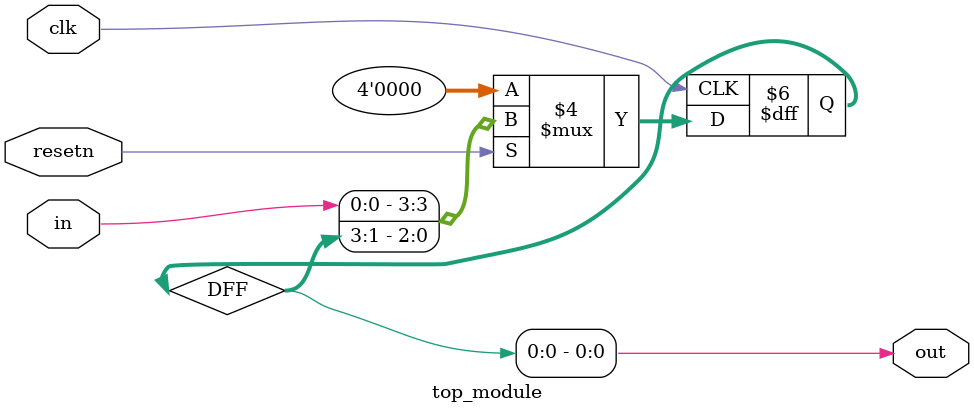
<source format=v>
module top_module (
    input clk,
    input resetn,
    input in,
    output out
);
    reg [3:0] DFF;

    assign out = DFF[0];
    always @(posedge clk) begin
        if(!resetn) begin
            DFF <= 0;
        end
        else begin
            DFF <= {in,DFF[3:1]};
        end
    end

endmodule

</source>
